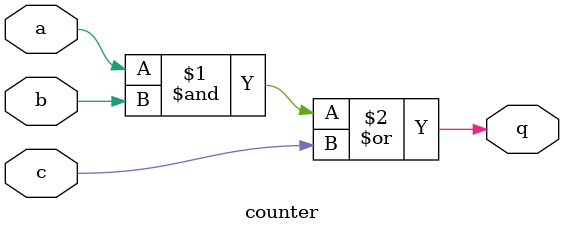
<source format=v>
module counter(a,b,c,q);
input a,b,c;
output q;
assign q = (a&b) | c;
endmodule
</source>
